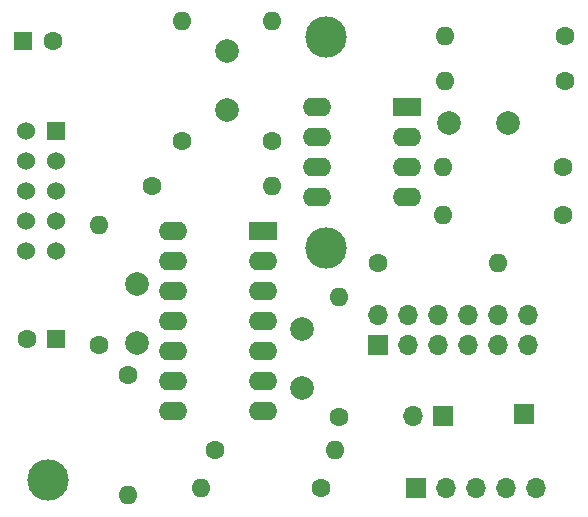
<source format=gbr>
%TF.GenerationSoftware,KiCad,Pcbnew,(6.0.8)*%
%TF.CreationDate,2022-12-02T09:59:36+00:00*%
%TF.ProjectId,DSP 1.0,44535020-312e-4302-9e6b-696361645f70,rev?*%
%TF.SameCoordinates,Original*%
%TF.FileFunction,Soldermask,Top*%
%TF.FilePolarity,Negative*%
%FSLAX46Y46*%
G04 Gerber Fmt 4.6, Leading zero omitted, Abs format (unit mm)*
G04 Created by KiCad (PCBNEW (6.0.8)) date 2022-12-02 09:59:36*
%MOMM*%
%LPD*%
G01*
G04 APERTURE LIST*
%ADD10R,1.600000X1.600000*%
%ADD11C,1.600000*%
%ADD12C,3.500000*%
%ADD13R,1.700000X1.700000*%
%ADD14O,1.700000X1.700000*%
%ADD15C,2.000000*%
%ADD16O,1.600000X1.600000*%
%ADD17R,1.524000X1.524000*%
%ADD18C,1.524000*%
%ADD19R,2.400000X1.600000*%
%ADD20O,2.400000X1.600000*%
G04 APERTURE END LIST*
D10*
%TO.C,C15*%
X104964113Y-76454000D03*
D11*
X102464113Y-76454000D03*
%TD*%
D12*
%TO.C,*%
X104267000Y-88392000D03*
%TD*%
%TO.C,*%
X127787400Y-50825400D03*
%TD*%
D13*
%TO.C,Jpcb2*%
X132207000Y-76967000D03*
D14*
X132207000Y-74427000D03*
X134747000Y-76967000D03*
X134747000Y-74427000D03*
X137287000Y-76967000D03*
X137287000Y-74427000D03*
X139827000Y-76967000D03*
X139827000Y-74427000D03*
X142367000Y-76967000D03*
X142367000Y-74427000D03*
X144907000Y-76967000D03*
X144907000Y-74427000D03*
%TD*%
D15*
%TO.C,C9*%
X119380000Y-57070000D03*
X119380000Y-52070000D03*
%TD*%
%TO.C,C10*%
X125730000Y-75605000D03*
X125730000Y-80605000D03*
%TD*%
D11*
%TO.C,R18*%
X147988500Y-54610000D03*
D16*
X137828500Y-54610000D03*
%TD*%
D11*
%TO.C,R10*%
X110998000Y-79502000D03*
D16*
X110998000Y-89662000D03*
%TD*%
D11*
%TO.C,R9*%
X127381000Y-89027000D03*
D16*
X117221000Y-89027000D03*
%TD*%
D11*
%TO.C,R14*%
X115570000Y-59690000D03*
D16*
X115570000Y-49530000D03*
%TD*%
D17*
%TO.C,P1*%
X104902000Y-58801000D03*
D18*
X102362000Y-58801000D03*
X104902000Y-61341000D03*
X102362000Y-61341000D03*
X104902000Y-63881000D03*
X102362000Y-63881000D03*
X104902000Y-66421000D03*
X102362000Y-66421000D03*
X104902000Y-68961000D03*
X102362000Y-68961000D03*
%TD*%
D11*
%TO.C,R20*%
X147988500Y-50800000D03*
D16*
X137828500Y-50800000D03*
%TD*%
D13*
%TO.C,J2*%
X137673000Y-82931000D03*
D14*
X135133000Y-82931000D03*
%TD*%
D15*
%TO.C,C8*%
X138216000Y-58166000D03*
X143216000Y-58166000D03*
%TD*%
D13*
%TO.C,JX0*%
X144526000Y-82804000D03*
%TD*%
D12*
%TO.C,*%
X127787400Y-68757800D03*
%TD*%
D16*
%TO.C,R8*%
X128905000Y-72898000D03*
D11*
X128905000Y-83058000D03*
%TD*%
%TO.C,R16*%
X132207000Y-69977000D03*
D16*
X142367000Y-69977000D03*
%TD*%
D11*
%TO.C,R12*%
X147828000Y-61849000D03*
D16*
X137668000Y-61849000D03*
%TD*%
D15*
%TO.C,C11*%
X111760000Y-71755000D03*
X111760000Y-76755000D03*
%TD*%
D19*
%TO.C,U1*%
X122443000Y-67305000D03*
D20*
X122443000Y-69845000D03*
X122443000Y-72385000D03*
X122443000Y-74925000D03*
X122443000Y-77465000D03*
X122443000Y-80005000D03*
X122443000Y-82545000D03*
X114823000Y-82545000D03*
X114823000Y-80005000D03*
X114823000Y-77465000D03*
X114823000Y-74925000D03*
X114823000Y-72385000D03*
X114823000Y-69845000D03*
X114823000Y-67305000D03*
%TD*%
D11*
%TO.C,R2*%
X118364000Y-85852000D03*
D16*
X128524000Y-85852000D03*
%TD*%
D19*
%TO.C,U2*%
X134635000Y-56775000D03*
D20*
X134635000Y-59315000D03*
X134635000Y-61855000D03*
X134635000Y-64395000D03*
X127015000Y-64395000D03*
X127015000Y-61855000D03*
X127015000Y-59315000D03*
X127015000Y-56775000D03*
%TD*%
D11*
%TO.C,R15*%
X147828000Y-65913000D03*
D16*
X137668000Y-65913000D03*
%TD*%
D13*
%TO.C,J1*%
X135387000Y-89027000D03*
D14*
X137927000Y-89027000D03*
X140467000Y-89027000D03*
X143007000Y-89027000D03*
X145547000Y-89027000D03*
%TD*%
D11*
%TO.C,R13*%
X113030000Y-63500000D03*
D16*
X123190000Y-63500000D03*
%TD*%
D11*
%TO.C,R11*%
X108585000Y-76962000D03*
D16*
X108585000Y-66802000D03*
%TD*%
D11*
%TO.C,R19*%
X123190000Y-59690000D03*
D16*
X123190000Y-49530000D03*
%TD*%
D10*
%TO.C,C14*%
X102172888Y-51181000D03*
D11*
X104672888Y-51181000D03*
%TD*%
M02*

</source>
